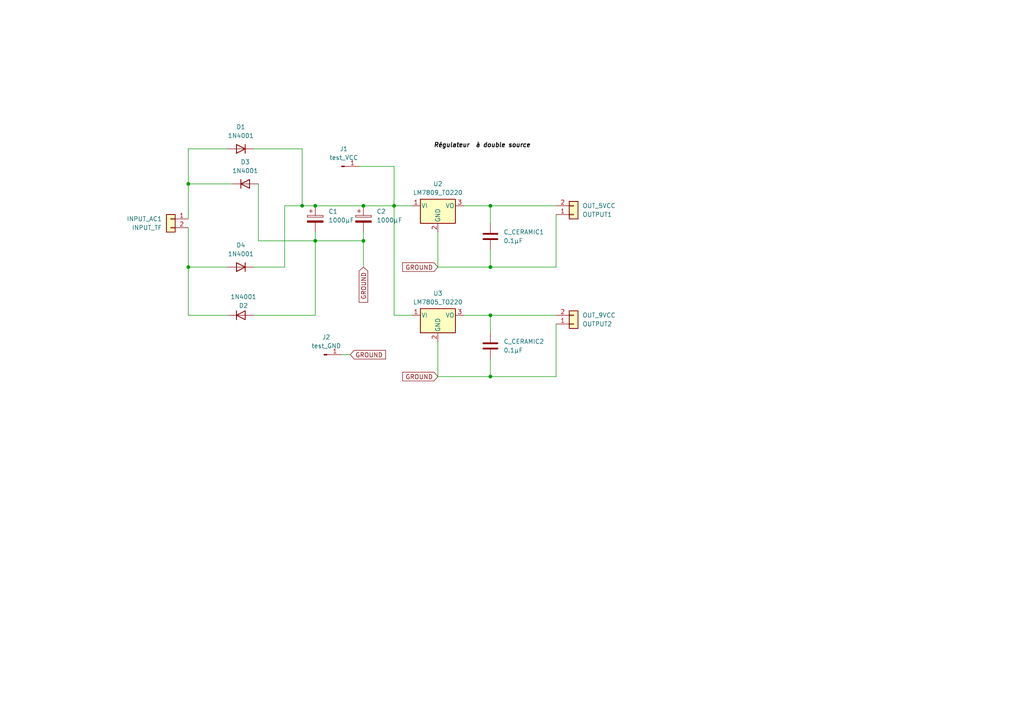
<source format=kicad_sch>
(kicad_sch (version 20231120) (generator "eeschema") (generator_version "8.0")
  (paper "A4")
  (lib_symbols
    (symbol "Connector:Conn_01x01_Pin" (pin_names (offset 1.016) hide)
      (property "Reference" "J" (at 0 2.54 0))
      (property "Value" "Conn_01x01_Pin" (at 0 -2.54 0))
      (symbol "Conn_01x01_Pin_1_1"
        (polyline (pts (xy 1.27 0) (xy 0.8636 0)) (stroke (width 0.1524)))
        (rectangle (start 0.8636 0.127) (end 0 -0.127) (stroke (width 0.1524)) (fill (type outline)))
        (pin passive line (at 5.08 0 180) (length 3.81) (name "Pin_1") (number "1"))
      )
    )
    (symbol "Connector_Generic:Conn_01x02" (pin_names (offset 1.016) hide)
      (property "Reference" "J" (at 0 2.54 0))
      (property "Value" "Conn_01x02" (at 0 -5.08 0))
      (symbol "Conn_01x02_1_1"
        (rectangle (start -1.27 -2.413) (end 0 -2.667) (stroke (width 0.1524)))
        (rectangle (start -1.27 0.127) (end 0 -0.127) (stroke (width 0.1524)))
        (rectangle (start -1.27 1.27) (end 1.27 -3.81) (stroke (width 0.254)) (fill (type background)))
        (pin passive line (at -5.08 0 0) (length 3.81) (name "Pin_1") (number "1"))
        (pin passive line (at -5.08 -2.54 0) (length 3.81) (name "Pin_2") (number "2"))
      )
    )
    (symbol "Device:C" (pin_numbers hide) (pin_names (offset 0.254))
      (property "Reference" "C" (at 0.635 2.54 0))
      (property "Value" "C" (at 0.635 -2.54 0))
      (symbol "C_0_1"
        (polyline (pts (xy -2.032 -0.762) (xy 2.032 -0.762)) (stroke (width 0.508)))
        (polyline (pts (xy -2.032 0.762) (xy 2.032 0.762)) (stroke (width 0.508)))
      )
      (symbol "C_1_1"
        (pin passive line (at 0 3.81 270) (length 2.794) (name "~") (number "1"))
        (pin passive line (at 0 -3.81 90) (length 2.794) (name "~") (number "2"))
      )
    )
    (symbol "Device:C_Polarized" (pin_numbers hide) (pin_names (offset 0.254))
      (property "Reference" "C" (at 0.635 2.54 0))
      (property "Value" "C_Polarized" (at 0.635 -2.54 0))
      (symbol "C_Polarized_0_1"
        (rectangle (start -2.286 0.508) (end 2.286 1.016))
        (polyline (pts (xy -1.778 2.286) (xy -0.762 2.286)))
        (polyline (pts (xy -1.27 2.794) (xy -1.27 1.778)))
        (rectangle (start 2.286 -0.508) (end -2.286 -1.016) (fill (type outline)))
      )
      (symbol "C_Polarized_1_1"
        (pin passive line (at 0 3.81 270) (length 2.794) (name "~") (number "1"))
        (pin passive line (at 0 -3.81 90) (length 2.794) (name "~") (number "2"))
      )
    )
    (symbol "Diode:1N4001" (pin_numbers hide) (pin_names hide)
      (property "Reference" "D" (at 0 2.54 0))
      (property "Value" "1N4001" (at 0 -2.54 0))
      (symbol "1N4001_0_1"
        (polyline (pts (xy -1.27 1.27) (xy -1.27 -1.27)) (stroke (width 0.254)))
        (polyline (pts (xy 1.27 0) (xy -1.27 0)))
        (polyline (pts (xy 1.27 1.27) (xy 1.27 -1.27) (xy -1.27 0) (xy 1.27 1.27)) (stroke (width 0.254)))
      )
      (symbol "1N4001_1_1"
        (pin passive line (at -3.81 0 0) (length 2.54) (name "K") (number "1"))
        (pin passive line (at 3.81 0 180) (length 2.54) (name "A") (number "2"))
      )
    )
    (symbol "Regulator_Linear:LM7805_TO220" (pin_names (offset 0.254))
      (property "Reference" "U" (at -3.81 3.175 0))
      (property "Value" "LM7805_TO220" (at 0 3.175 0))
      (symbol "LM7805_TO220_0_1"
        (rectangle (start -5.08 1.905) (end 5.08 -5.08) (stroke (width 0.254)) (fill (type background)))
      )
      (symbol "LM7805_TO220_1_1"
        (pin power_in line (at -7.62 0 0) (length 2.54) (name "VI") (number "1"))
        (pin power_in line (at 0 -7.62 90) (length 2.54) (name "GND") (number "2"))
        (pin power_out line (at 7.62 0 180) (length 2.54) (name "VO") (number "3"))
      )
    )
    (symbol "Regulator_Linear:LM7809_TO220" (pin_names (offset 0.254))
      (property "Reference" "U" (at -3.81 3.175 0))
      (property "Value" "LM7809_TO220" (at 0 3.175 0))
      (symbol "LM7809_TO220_0_1"
        (rectangle (start -5.08 1.905) (end 5.08 -5.08) (stroke (width 0.254)) (fill (type background)))
      )
      (symbol "LM7809_TO220_1_1"
        (pin power_in line (at -7.62 0 0) (length 2.54) (name "VI") (number "1"))
        (pin power_in line (at 0 -7.62 90) (length 2.54) (name "GND") (number "2"))
        (pin power_out line (at 7.62 0 180) (length 2.54) (name "VO") (number "3"))
      )
    )
  )
  (junction (at 142.24 77.47))
  (junction (at 142.24 109.22))
  (junction (at 114.3 59.69))
  (junction (at 91.44 59.69))
  (junction (at 142.24 91.44))
  (junction (at 91.44 69.85))
  (junction (at 105.41 59.69))
  (junction (at 54.61 77.47))
  (junction (at 54.61 53.34))
  (junction (at 105.41 69.85))
  (junction (at 87.63 59.69))
  (junction (at 142.24 59.69))
  (wire (pts (xy 142.24 109.22) (xy 127 109.22)))
  (wire (pts (xy 105.41 69.85) (xy 105.41 77.47)))
  (wire (pts (xy 119.38 59.69) (xy 114.3 59.69)))
  (wire (pts (xy 142.24 72.39) (xy 142.24 77.47)))
  (wire (pts (xy 54.61 77.47) (xy 66.04 77.47)))
  (wire (pts (xy 66.04 91.44) (xy 54.61 91.44)))
  (wire (pts (xy 101.6 102.87) (xy 99.06 102.87)))
  (wire (pts (xy 73.66 43.18) (xy 87.63 43.18)))
  (wire (pts (xy 82.55 59.69) (xy 87.63 59.69)))
  (wire (pts (xy 114.3 59.69) (xy 114.3 91.44)))
  (wire (pts (xy 127 67.31) (xy 127 77.47)))
  (wire (pts (xy 54.61 43.18) (xy 54.61 53.34)))
  (wire (pts (xy 134.62 59.69) (xy 142.24 59.69)))
  (wire (pts (xy 54.61 53.34) (xy 67.31 53.34)))
  (wire (pts (xy 142.24 59.69) (xy 161.29 59.69)))
  (wire (pts (xy 54.61 77.47) (xy 54.61 91.44)))
  (wire (pts (xy 142.24 77.47) (xy 127 77.47)))
  (wire (pts (xy 54.61 53.34) (xy 54.61 63.5)))
  (wire (pts (xy 142.24 104.14) (xy 142.24 109.22)))
  (wire (pts (xy 91.44 67.31) (xy 91.44 69.85)))
  (wire (pts (xy 134.62 91.44) (xy 142.24 91.44)))
  (wire (pts (xy 73.66 91.44) (xy 91.44 91.44)))
  (wire (pts (xy 127 99.06) (xy 127 109.22)))
  (wire (pts (xy 142.24 109.22) (xy 161.29 109.22)))
  (wire (pts (xy 91.44 59.69) (xy 105.41 59.69)))
  (wire (pts (xy 54.61 66.04) (xy 54.61 77.47)))
  (wire (pts (xy 105.41 67.31) (xy 105.41 69.85)))
  (wire (pts (xy 54.61 43.18) (xy 66.04 43.18)))
  (wire (pts (xy 142.24 91.44) (xy 142.24 96.52)))
  (wire (pts (xy 74.93 53.34) (xy 74.93 69.85)))
  (wire (pts (xy 87.63 59.69) (xy 91.44 59.69)))
  (wire (pts (xy 82.55 77.47) (xy 82.55 59.69)))
  (wire (pts (xy 142.24 91.44) (xy 161.29 91.44)))
  (wire (pts (xy 142.24 59.69) (xy 142.24 64.77)))
  (wire (pts (xy 142.24 77.47) (xy 161.29 77.47)))
  (wire (pts (xy 161.29 93.98) (xy 161.29 109.22)))
  (wire (pts (xy 91.44 91.44) (xy 91.44 69.85)))
  (wire (pts (xy 161.29 62.23) (xy 161.29 77.47)))
  (wire (pts (xy 104.14 48.26) (xy 114.3 48.26)))
  (wire (pts (xy 73.66 77.47) (xy 82.55 77.47)))
  (wire (pts (xy 87.63 43.18) (xy 87.63 59.69)))
  (wire (pts (xy 114.3 59.69) (xy 105.41 59.69)))
  (wire (pts (xy 91.44 69.85) (xy 105.41 69.85)))
  (wire (pts (xy 119.38 91.44) (xy 114.3 91.44)))
  (wire (pts (xy 74.93 69.85) (xy 91.44 69.85)))
  (wire (pts (xy 114.3 48.26) (xy 114.3 59.69)))
  (label "Régulateur  à double source" (at 125.73 43.18 0) (effects (font (thickness 0.254) (bold yes) (italic yes))))
  (global_label "GROUND" (shape input) (at 127 109.22 180) (property "Intersheetrefs" "${INTERSHEET_REFS}" (effects (hide yes))))
  (global_label "GROUND" (shape input) (at 105.41 77.47 270) (property "Intersheetrefs" "${INTERSHEET_REFS}" (effects (hide yes))))
  (global_label "GROUND" (shape input) (at 101.6 102.87 0) (property "Intersheetrefs" "${INTERSHEET_REFS}" (effects (hide yes))))
  (global_label "GROUND" (shape input) (at 127 77.47 180) (property "Intersheetrefs" "${INTERSHEET_REFS}" (effects (hide yes))))
  (symbol (lib_id "Connector:Conn_01x01_Pin") (at 93.98 102.87 0) (unit 1)
    (property "Reference" "J2" (at 94.615 97.79 0))
    (property "Value" "test_GND" (at 94.615 100.33 0))
    (property "Footprint" "Connector_PinHeader_2.54mm:PinHeader_1x01_P2.54mm_Vertical" (effects (hide yes)))
    (property "Description" "Generic connector, single row, 01x01, script generated" (effects (hide yes)))
  )
  (symbol (lib_id "Connector_Generic:Conn_01x02") (at 49.53 63.5 0) (mirror y) (unit 1)
    (property "Reference" "INPUT_AC1" (at 46.99 63.4999 0) (effects (justify left)))
    (property "Value" "INPUT_TF" (at 46.99 66.0399 0) (effects (justify left)))
    (property "Footprint" "TerminalBlock_MetzConnect:TerminalBlock_MetzConnect_Type094_RT03502HBLU_1x02_P5.00mm_Horizontal" (effects (hide yes)))
    (property "Description" "Generic connector, single row, 01x02, script generated (kicad-library-utils/schlib/autogen/connector/)" (effects (hide yes)))
  )
  (symbol (lib_id "Device:C_Polarized") (at 91.44 63.5 0) (unit 1)
    (property "Reference" "C1" (at 95.25 61.3409 0) (effects (justify left)))
    (property "Value" "1000μF" (at 95.25 63.8809 0) (effects (justify left)))
    (property "Footprint" "Capacitor_THT:CP_Radial_D13.0mm_P7.50mm" (effects (hide yes)))
    (property "Description" "Polarized capacitor" (effects (hide yes)))
    (property "Sim.Device" "C" (effects (hide yes)))
    (property "Sim.Pins" "1=+ 2=-" (effects (hide yes)))
  )
  (symbol (lib_id "Diode:1N4001") (at 69.85 77.47 180) (unit 1)
    (property "Reference" "D4" (at 69.85 71.12 0))
    (property "Value" "1N4001" (at 69.85 73.66 0))
    (property "Footprint" "Diode_THT:D_DO-41_SOD81_P10.16mm_Horizontal" (effects (hide yes)))
    (property "Datasheet" "http://www.vishay.com/docs/88503/1n4001.pdf" (effects (hide yes)))
    (property "Sim.Device" "D" (effects (hide yes)))
    (property "Sim.Pins" "1=K 2=A" (effects (hide yes)))
  )
  (symbol (lib_id "Device:C_Polarized") (at 105.41 63.5 0) (unit 1)
    (property "Reference" "C2" (at 109.22 61.3409 0) (effects (justify left)))
    (property "Value" "1000μF" (at 109.22 63.8809 0) (effects (justify left)))
    (property "Footprint" "Capacitor_THT:CP_Radial_D13.0mm_P7.50mm" (effects (hide yes)))
    (property "Description" "Polarized capacitor" (effects (hide yes)))
  )
  (symbol (lib_id "Diode:1N4001") (at 69.85 43.18 180) (unit 1)
    (property "Reference" "D1" (at 69.85 36.83 0))
    (property "Value" "1N4001" (at 69.85 39.37 0))
    (property "Footprint" "Diode_THT:D_DO-41_SOD81_P10.16mm_Horizontal" (effects (hide yes)))
    (property "Datasheet" "http://www.vishay.com/docs/88503/1n4001.pdf" (effects (hide yes)))
    (property "Sim.Device" "D" (effects (hide yes)))
    (property "Sim.Pins" "1=K 2=A" (effects (hide yes)))
  )
  (symbol (lib_id "Diode:1N4001") (at 71.12 53.34 0) (unit 1)
    (property "Reference" "D3" (at 71.12 46.99 0))
    (property "Value" "1N4001" (at 71.12 49.53 0))
    (property "Footprint" "Diode_THT:D_DO-41_SOD81_P10.16mm_Horizontal" (effects (hide yes)))
    (property "Datasheet" "http://www.vishay.com/docs/88503/1n4001.pdf" (effects (hide yes)))
    (property "Sim.Device" "D" (effects (hide yes)))
    (property "Sim.Pins" "1=K 2=A" (effects (hide yes)))
  )
  (symbol (lib_id "Regulator_Linear:LM7805_TO220") (at 127 91.44 0) (unit 1)
    (property "Reference" "U3" (at 127 85.09 0))
    (property "Value" "LM7805_TO220" (at 127 87.63 0))
    (property "Footprint" "Package_TO_SOT_THT:TO-220-3_Vertical" (effects (hide yes)))
    (property "Datasheet" "https://www.onsemi.cn/PowerSolutions/document/MC7800-D.PDF" (effects (hide yes)))
    (property "Description" "Positive 1A 35V Linear Regulator, Fixed Output 5V, TO-220" (effects (hide yes)))
  )
  (symbol (lib_id "Device:C") (at 142.24 100.33 0) (unit 1)
    (property "Reference" "C_CERAMIC2" (at 146.05 99.0599 0) (effects (justify left)))
    (property "Value" "0.1μF" (at 146.05 101.5999 0) (effects (justify left)))
    (property "Footprint" "Capacitor_THT:C_Disc_D7.5mm_W2.5mm_P5.00mm" (effects (hide yes)))
    (property "Description" "Unpolarized capacitor" (effects (hide yes)))
  )
  (symbol (lib_id "Connector_Generic:Conn_01x02") (at 166.37 93.98 0) (mirror x) (unit 1)
    (property "Reference" "OUTPUT2" (at 168.91 93.9801 0) (effects (justify left)))
    (property "Value" "OUT_9VCC" (at 168.91 91.4401 0) (effects (justify left)))
    (property "Footprint" "TerminalBlock_MetzConnect:TerminalBlock_MetzConnect_Type094_RT03502HBLU_1x02_P5.00mm_Horizontal" (effects (hide yes)))
    (property "Description" "Generic connector, single row, 01x02, script generated (kicad-library-utils/schlib/autogen/connector/)" (effects (hide yes)))
    (property "Sim.Device" "R" (effects (hide yes)))
    (property "Sim.Pins" "1=+ 2=-" (effects (hide yes)))
    (property "Sim.Params" "r=220" (effects (hide yes)))
  )
  (symbol (lib_id "Device:C") (at 142.24 68.58 0) (unit 1)
    (property "Reference" "C_CERAMIC1" (at 146.05 67.3099 0) (effects (justify left)))
    (property "Value" "0.1μF" (at 146.05 69.8499 0) (effects (justify left)))
    (property "Footprint" "Capacitor_THT:C_Disc_D7.5mm_W2.5mm_P5.00mm" (effects (hide yes)))
    (property "Description" "Unpolarized capacitor" (effects (hide yes)))
  )
  (symbol (lib_id "Regulator_Linear:LM7809_TO220") (at 127 59.69 0) (unit 1)
    (property "Reference" "U2" (at 127 53.34 0))
    (property "Value" "LM7809_TO220" (at 127 55.88 0))
    (property "Footprint" "Package_TO_SOT_THT:TO-220-3_Vertical" (effects (hide yes)))
    (property "Datasheet" "https://www.onsemi.cn/PowerSolutions/document/MC7800-D.PDF" (effects (hide yes)))
    (property "Description" "Positive 1A 35V Linear Regulator, Fixed Output 9V, TO-220" (effects (hide yes)))
  )
  (symbol (lib_id "Connector_Generic:Conn_01x02") (at 166.37 62.23 0) (mirror x) (unit 1)
    (property "Reference" "OUTPUT1" (at 168.91 62.2301 0) (effects (justify left)))
    (property "Value" "OUT_5VCC" (at 168.91 59.6901 0) (effects (justify left)))
    (property "Footprint" "TerminalBlock_MetzConnect:TerminalBlock_MetzConnect_Type094_RT03502HBLU_1x02_P5.00mm_Horizontal" (effects (hide yes)))
    (property "Description" "Generic connector, single row, 01x02, script generated (kicad-library-utils/schlib/autogen/connector/)" (effects (hide yes)))
    (property "Sim.Device" "R" (effects (hide yes)))
    (property "Sim.Pins" "1=+ 2=-" (effects (hide yes)))
    (property "Sim.Params" "r=220" (effects (hide yes)))
  )
  (symbol (lib_id "Diode:1N4001") (at 69.85 91.44 0) (unit 1)
    (property "Reference" "D2" (at 70.612 88.646 0))
    (property "Value" "1N4001" (at 70.612 86.106 0))
    (property "Footprint" "Diode_THT:D_DO-41_SOD81_P10.16mm_Horizontal" (effects (hide yes)))
    (property "Datasheet" "http://www.vishay.com/docs/88503/1n4001.pdf" (effects (hide yes)))
    (property "Sim.Device" "D" (effects (hide yes)))
    (property "Sim.Pins" "1=K 2=A" (effects (hide yes)))
  )
  (symbol (lib_id "Connector:Conn_01x01_Pin") (at 99.06 48.26 0) (unit 1)
    (property "Reference" "J1" (at 99.695 43.18 0))
    (property "Value" "test_VCC" (at 99.695 45.72 0))
    (property "Footprint" "Connector_PinHeader_2.54mm:PinHeader_1x01_P2.54mm_Vertical" (effects (hide yes)))
    (property "Description" "Generic connector, single row, 01x01, script generated" (effects (hide yes)))
  )
)
</source>
